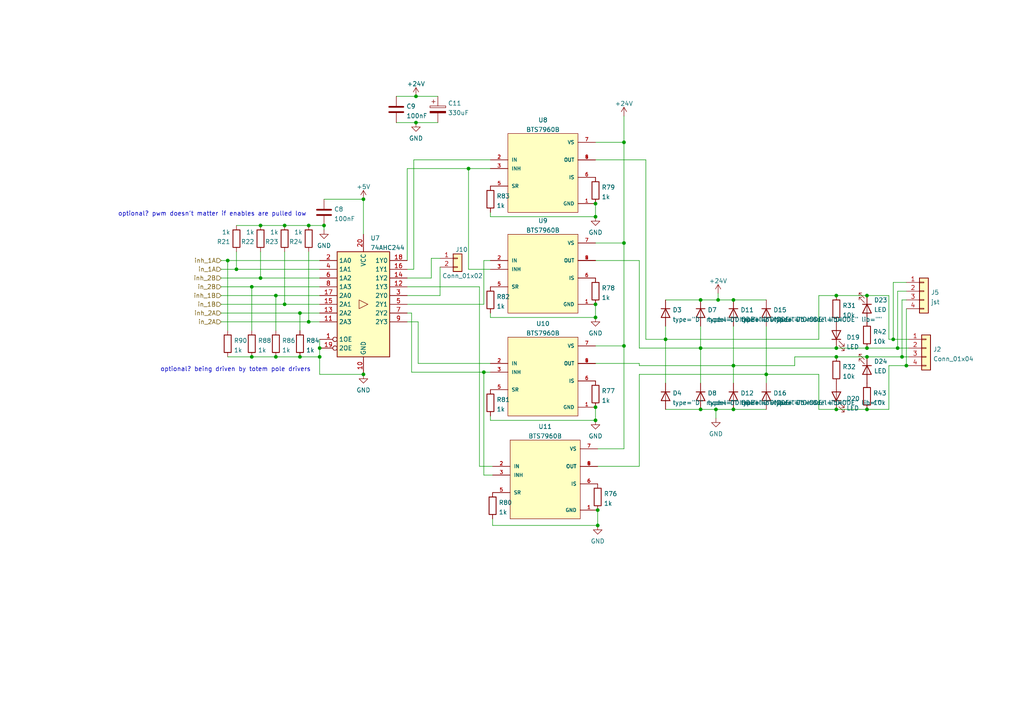
<source format=kicad_sch>
(kicad_sch (version 20230121) (generator eeschema)
  (paper "A4")
  (lib_symbols
    (symbol "74xx:74AHC244"
      (property "Reference" "U" (at -7.62 16.51 0))
      (property "Value" "74AHC244" (at -7.62 -16.51 0))
      (symbol "74AHC244_1_0"
        (polyline (pts (xy 1.27 0) (xy -1.27 1.27) (xy -1.27 -1.27) (xy 1.27 0)) (stroke (width 0.1524)))
        (pin input inverted (at -12.7 -10.16 0) (length 5.08) (name "1OE") (number "1"))
        (pin power_in line (at 0 -20.32 90) (length 5.08) (name "GND") (number "10"))
        (pin input line (at -12.7 -5.08 0) (length 5.08) (name "2A3") (number "11"))
        (pin tri_state line (at 12.7 5.08 180) (length 5.08) (name "1Y3") (number "12"))
        (pin input line (at -12.7 -2.54 0) (length 5.08) (name "2A2") (number "13"))
        (pin tri_state line (at 12.7 7.62 180) (length 5.08) (name "1Y2") (number "14"))
        (pin input line (at -12.7 0 0) (length 5.08) (name "2A1") (number "15"))
        (pin tri_state line (at 12.7 10.16 180) (length 5.08) (name "1Y1") (number "16"))
        (pin input line (at -12.7 2.54 0) (length 5.08) (name "2A0") (number "17"))
        (pin tri_state line (at 12.7 12.7 180) (length 5.08) (name "1Y0") (number "18"))
        (pin input inverted (at -12.7 -12.7 0) (length 5.08) (name "2OE") (number "19"))
        (pin input line (at -12.7 12.7 0) (length 5.08) (name "1A0") (number "2"))
        (pin power_in line (at 0 20.32 270) (length 5.08) (name "VCC") (number "20"))
        (pin tri_state line (at 12.7 2.54 180) (length 5.08) (name "2Y0") (number "3"))
        (pin input line (at -12.7 10.16 0) (length 5.08) (name "1A1") (number "4"))
        (pin tri_state line (at 12.7 0 180) (length 5.08) (name "2Y1") (number "5"))
        (pin input line (at -12.7 7.62 0) (length 5.08) (name "1A2") (number "6"))
        (pin tri_state line (at 12.7 -2.54 180) (length 5.08) (name "2Y2") (number "7"))
        (pin input line (at -12.7 5.08 0) (length 5.08) (name "1A3") (number "8"))
        (pin tri_state line (at 12.7 -5.08 180) (length 5.08) (name "2Y3") (number "9"))
      )
      (symbol "74AHC244_1_1"
        (rectangle (start -7.62 15.24) (end 7.62 -15.24) (stroke (width 0.254)) (fill (type background)))
      )
    )
    (symbol "Connector_Generic:Conn_01x02" (pin_names (offset 1.016) hide)
      (property "Reference" "J" (at 0 2.54 0))
      (property "Value" "Conn_01x02" (at 0 -5.08 0))
      (symbol "Conn_01x02_1_1"
        (rectangle (start -1.27 -2.413) (end 0 -2.667) (stroke (width 0.1524)))
        (rectangle (start -1.27 0.127) (end 0 -0.127) (stroke (width 0.1524)))
        (rectangle (start -1.27 1.27) (end 1.27 -3.81) (stroke (width 0.254)) (fill (type background)))
        (pin passive line (at -5.08 0 0) (length 3.81) (name "Pin_1") (number "1"))
        (pin passive line (at -5.08 -2.54 0) (length 3.81) (name "Pin_2") (number "2"))
      )
    )
    (symbol "Connector_Generic:Conn_01x04" (pin_names (offset 1.016) hide)
      (property "Reference" "J" (at 0 5.08 0))
      (property "Value" "Conn_01x04" (at 0 -7.62 0))
      (symbol "Conn_01x04_1_1"
        (rectangle (start -1.27 -4.953) (end 0 -5.207) (stroke (width 0.1524)))
        (rectangle (start -1.27 -2.413) (end 0 -2.667) (stroke (width 0.1524)))
        (rectangle (start -1.27 0.127) (end 0 -0.127) (stroke (width 0.1524)))
        (rectangle (start -1.27 2.667) (end 0 2.413) (stroke (width 0.1524)))
        (rectangle (start -1.27 3.81) (end 1.27 -6.35) (stroke (width 0.254)) (fill (type background)))
        (pin passive line (at -5.08 2.54 0) (length 3.81) (name "Pin_1") (number "1"))
        (pin passive line (at -5.08 0 0) (length 3.81) (name "Pin_2") (number "2"))
        (pin passive line (at -5.08 -2.54 0) (length 3.81) (name "Pin_3") (number "3"))
        (pin passive line (at -5.08 -5.08 0) (length 3.81) (name "Pin_4") (number "4"))
      )
    )
    (symbol "Device:C" (pin_numbers hide) (pin_names (offset 0.254))
      (property "Reference" "C" (at 0.635 2.54 0))
      (property "Value" "C" (at 0.635 -2.54 0))
      (symbol "C_0_1"
        (polyline (pts (xy -2.032 -0.762) (xy 2.032 -0.762)) (stroke (width 0.508)))
        (polyline (pts (xy -2.032 0.762) (xy 2.032 0.762)) (stroke (width 0.508)))
      )
      (symbol "C_1_1"
        (pin passive line (at 0 3.81 270) (length 2.794) (name "~") (number "1"))
        (pin passive line (at 0 -3.81 90) (length 2.794) (name "~") (number "2"))
      )
    )
    (symbol "Device:C_Polarized" (pin_numbers hide) (pin_names (offset 0.254))
      (property "Reference" "C" (at 0.635 2.54 0))
      (property "Value" "C_Polarized" (at 0.635 -2.54 0))
      (symbol "C_Polarized_0_1"
        (rectangle (start -2.286 0.508) (end 2.286 1.016))
        (polyline (pts (xy -1.778 2.286) (xy -0.762 2.286)))
        (polyline (pts (xy -1.27 2.794) (xy -1.27 1.778)))
        (rectangle (start 2.286 -0.508) (end -2.286 -1.016) (fill (type outline)))
      )
      (symbol "C_Polarized_1_1"
        (pin passive line (at 0 3.81 270) (length 2.794) (name "~") (number "1"))
        (pin passive line (at 0 -3.81 90) (length 2.794) (name "~") (number "2"))
      )
    )
    (symbol "Device:LED" (pin_numbers hide) (pin_names (offset 1.016) hide)
      (property "Reference" "D" (at 0 2.54 0))
      (property "Value" "LED" (at 0 -2.54 0))
      (symbol "LED_0_1"
        (polyline (pts (xy -1.27 -1.27) (xy -1.27 1.27)) (stroke (width 0.254)))
        (polyline (pts (xy -1.27 0) (xy 1.27 0)))
        (polyline (pts (xy 1.27 -1.27) (xy 1.27 1.27) (xy -1.27 0) (xy 1.27 -1.27)) (stroke (width 0.254)))
        (polyline (pts (xy -3.048 -0.762) (xy -4.572 -2.286) (xy -3.81 -2.286) (xy -4.572 -2.286) (xy -4.572 -1.524)))
        (polyline (pts (xy -1.778 -0.762) (xy -3.302 -2.286) (xy -2.54 -2.286) (xy -3.302 -2.286) (xy -3.302 -1.524)))
      )
      (symbol "LED_1_1"
        (pin passive line (at -3.81 0 0) (length 2.54) (name "K") (number "1"))
        (pin passive line (at 3.81 0 180) (length 2.54) (name "A") (number "2"))
      )
    )
    (symbol "Device:R" (pin_numbers hide) (pin_names (offset 0))
      (property "Reference" "R" (at 2.032 0 90))
      (property "Value" "R" (at 0 0 90))
      (symbol "R_0_1"
        (rectangle (start -1.016 -2.54) (end 1.016 2.54) (stroke (width 0.254)))
      )
      (symbol "R_1_1"
        (pin passive line (at 0 3.81 270) (length 1.27) (name "~") (number "1"))
        (pin passive line (at 0 -3.81 90) (length 1.27) (name "~") (number "2"))
      )
    )
    (symbol "Evan's misc parts:BTS7960B" (pin_names (offset 1.016))
      (property "Reference" "U" (at -10.16 10.922 0))
      (property "Value" "BTS7960B" (at -10.16 -15.24 0))
      (symbol "BTS7960B_0_0"
        (rectangle (start -10.16 -12.7) (end 10.16 10.16) (stroke (width 0.1524)) (fill (type background)))
        (pin power_in line (at 15.24 -10.16 180) (length 5.08) (name "GND") (number "1"))
        (pin input line (at -15.24 2.54 0) (length 5.08) (name "IN") (number "2"))
        (pin input line (at -15.24 0 0) (length 5.08) (name "INH") (number "3"))
        (pin output line (at 15.24 2.54 180) (length 5.08) (name "OUT") (number "4"))
        (pin input line (at -15.24 -5.08 0) (length 5.08) (name "SR") (number "5"))
        (pin output line (at 15.24 -2.54 180) (length 5.08) (name "IS") (number "6"))
        (pin power_in line (at 15.24 7.62 180) (length 5.08) (name "VS") (number "7"))
        (pin output line (at 15.24 2.54 180) (length 5.08) (name "OUT") (number "8"))
      )
    )
    (symbol "Simulation_SPICE:DIODE" (pin_numbers hide) (pin_names (offset 1.016) hide)
      (property "Reference" "D" (at 0 2.54 0))
      (property "Value" "DIODE" (at 0 -2.54 0))
      (symbol "DIODE_0_1"
        (polyline (pts (xy 1.27 0) (xy -1.27 0)))
        (polyline (pts (xy 1.27 1.27) (xy 1.27 -1.27)) (stroke (width 0.254)))
        (polyline (pts (xy -1.27 -1.27) (xy -1.27 1.27) (xy 1.27 0) (xy -1.27 -1.27)) (stroke (width 0.254)))
      )
      (symbol "DIODE_1_1"
        (pin passive line (at -3.81 0 0) (length 2.54) (name "A") (number "1"))
        (pin passive line (at 3.81 0 180) (length 2.54) (name "K") (number "2"))
      )
    )
    (symbol "power:+24V" (power) (pin_names (offset 0))
      (property "Value" "+24V" (at 0 3.556 0))
      (symbol "+24V_0_1"
        (polyline (pts (xy -0.762 1.27) (xy 0 2.54)))
        (polyline (pts (xy 0 0) (xy 0 2.54)))
        (polyline (pts (xy 0 2.54) (xy 0.762 1.27)))
      )
      (symbol "+24V_1_1"
        (pin power_in line (at 0 0 90) (length 0) hide (name "+24V") (number "1"))
      )
    )
    (symbol "power:+5V" (power) (pin_names (offset 0))
      (property "Value" "+5V" (at 0 3.556 0))
      (symbol "+5V_0_1"
        (polyline (pts (xy -0.762 1.27) (xy 0 2.54)))
        (polyline (pts (xy 0 0) (xy 0 2.54)))
        (polyline (pts (xy 0 2.54) (xy 0.762 1.27)))
      )
      (symbol "+5V_1_1"
        (pin power_in line (at 0 0 90) (length 0) hide (name "+5V") (number "1"))
      )
    )
    (symbol "power:GND" (power) (pin_names (offset 0))
      (property "Value" "GND" (at 0 -3.81 0))
      (symbol "GND_0_1"
        (polyline (pts (xy 0 0) (xy 0 -1.27) (xy 1.27 -1.27) (xy 0 -2.54) (xy -1.27 -1.27) (xy 0 -1.27)))
      )
      (symbol "GND_1_1"
        (pin power_in line (at 0 0 270) (length 0) hide (name "GND") (number "1"))
      )
    )
  )
  (junction (at 68.58 78.105))
  (junction (at 212.725 106.045))
  (junction (at 89.535 65.405))
  (junction (at 120.65 27.94))
  (junction (at 251.46 100.965))
  (junction (at 89.535 93.345))
  (junction (at 251.46 118.745))
  (junction (at 208.28 86.995))
  (junction (at 242.57 103.505))
  (junction (at 207.645 118.745))
  (junction (at 212.725 118.745))
  (junction (at 203.2 86.995))
  (junction (at 75.565 65.405))
  (junction (at 242.57 85.725))
  (junction (at 86.995 103.505))
  (junction (at 80.01 85.725))
  (junction (at 180.975 70.485))
  (junction (at 251.46 103.505))
  (junction (at 242.57 118.745))
  (junction (at 262.89 106.045))
  (junction (at 73.025 103.505))
  (junction (at 92.71 103.505))
  (junction (at 172.72 62.865))
  (junction (at 172.72 59.055))
  (junction (at 212.725 86.995))
  (junction (at 86.995 90.805))
  (junction (at 105.41 57.785))
  (junction (at 140.335 107.95))
  (junction (at 173.355 147.955))
  (junction (at 105.41 108.585))
  (junction (at 82.55 65.405))
  (junction (at 93.98 65.405))
  (junction (at 259.08 98.425))
  (junction (at 193.04 98.425))
  (junction (at 203.2 118.745))
  (junction (at 75.565 80.645))
  (junction (at 82.55 88.265))
  (junction (at 173.355 152.4))
  (junction (at 180.975 100.33))
  (junction (at 251.46 85.725))
  (junction (at 172.72 118.11))
  (junction (at 172.72 92.075))
  (junction (at 92.71 100.965))
  (junction (at 135.89 48.895))
  (junction (at 203.2 100.965))
  (junction (at 80.01 103.505))
  (junction (at 180.975 41.275))
  (junction (at 172.72 121.92))
  (junction (at 260.35 100.965))
  (junction (at 66.04 75.565))
  (junction (at 73.025 83.185))
  (junction (at 261.62 103.505))
  (junction (at 120.65 35.56))
  (junction (at 242.57 100.965))
  (junction (at 172.72 88.265))
  (junction (at 222.25 108.585))
  (wire (pts (xy 64.135 85.725) (xy 80.01 85.725)))
  (wire (pts (xy 140.335 75.565) (xy 140.335 88.265)))
  (wire (pts (xy 222.25 94.615) (xy 222.25 108.585)))
  (wire (pts (xy 120.65 35.56) (xy 127 35.56)))
  (wire (pts (xy 118.11 80.645) (xy 125.095 80.645)))
  (wire (pts (xy 93.98 65.405) (xy 93.98 66.675)))
  (wire (pts (xy 89.535 93.345) (xy 92.71 93.345)))
  (wire (pts (xy 203.2 118.745) (xy 207.645 118.745)))
  (wire (pts (xy 142.875 150.495) (xy 142.875 152.4)))
  (wire (pts (xy 185.42 135.255) (xy 185.42 108.585)))
  (wire (pts (xy 142.875 152.4) (xy 173.355 152.4)))
  (wire (pts (xy 212.725 94.615) (xy 212.725 106.045)))
  (wire (pts (xy 242.57 85.725) (xy 237.49 85.725)))
  (wire (pts (xy 121.285 105.41) (xy 142.24 105.41)))
  (wire (pts (xy 242.57 103.505) (xy 251.46 103.505)))
  (wire (pts (xy 172.72 121.92) (xy 172.72 118.11)))
  (wire (pts (xy 120.65 27.94) (xy 127 27.94)))
  (wire (pts (xy 237.49 85.725) (xy 237.49 98.425)))
  (wire (pts (xy 251.46 100.965) (xy 260.35 100.965)))
  (wire (pts (xy 237.49 108.585) (xy 237.49 118.745)))
  (wire (pts (xy 80.01 103.505) (xy 86.995 103.505)))
  (wire (pts (xy 237.49 118.745) (xy 242.57 118.745)))
  (wire (pts (xy 251.46 103.505) (xy 261.62 103.505)))
  (wire (pts (xy 262.89 84.455) (xy 260.35 84.455)))
  (wire (pts (xy 68.58 78.105) (xy 92.71 78.105)))
  (wire (pts (xy 172.72 100.33) (xy 180.975 100.33)))
  (wire (pts (xy 92.71 108.585) (xy 105.41 108.585)))
  (wire (pts (xy 173.355 130.175) (xy 180.975 130.175)))
  (wire (pts (xy 260.35 100.965) (xy 263.525 100.965)))
  (wire (pts (xy 259.08 81.915) (xy 259.08 98.425)))
  (wire (pts (xy 262.89 86.995) (xy 261.62 86.995)))
  (wire (pts (xy 64.135 78.105) (xy 68.58 78.105)))
  (wire (pts (xy 127.635 77.47) (xy 127.635 85.725)))
  (wire (pts (xy 125.095 74.93) (xy 127.635 74.93)))
  (wire (pts (xy 180.975 41.275) (xy 180.975 70.485)))
  (wire (pts (xy 185.42 108.585) (xy 222.25 108.585)))
  (wire (pts (xy 212.725 86.995) (xy 222.25 86.995)))
  (wire (pts (xy 180.975 33.655) (xy 180.975 41.275)))
  (wire (pts (xy 257.81 85.725) (xy 251.46 85.725)))
  (wire (pts (xy 80.01 85.725) (xy 92.71 85.725)))
  (wire (pts (xy 142.24 90.805) (xy 142.24 92.075)))
  (wire (pts (xy 242.57 118.745) (xy 251.46 118.745)))
  (wire (pts (xy 142.24 61.595) (xy 142.24 62.865)))
  (wire (pts (xy 66.04 75.565) (xy 66.04 95.885)))
  (wire (pts (xy 64.135 83.185) (xy 73.025 83.185)))
  (wire (pts (xy 208.28 86.995) (xy 212.725 86.995)))
  (wire (pts (xy 259.08 98.425) (xy 257.81 98.425)))
  (wire (pts (xy 127.635 85.725) (xy 118.11 85.725)))
  (wire (pts (xy 260.35 84.455) (xy 260.35 100.965)))
  (wire (pts (xy 261.62 103.505) (xy 263.525 103.505)))
  (wire (pts (xy 73.025 95.885) (xy 73.025 83.185)))
  (wire (pts (xy 75.565 80.645) (xy 92.71 80.645)))
  (wire (pts (xy 82.55 65.405) (xy 75.565 65.405)))
  (wire (pts (xy 185.42 105.41) (xy 185.42 106.045)))
  (wire (pts (xy 230.505 106.045) (xy 230.505 103.505)))
  (wire (pts (xy 89.535 73.025) (xy 89.535 93.345)))
  (wire (pts (xy 105.41 57.785) (xy 93.98 57.785)))
  (wire (pts (xy 193.04 98.425) (xy 193.04 111.125)))
  (wire (pts (xy 119.38 107.95) (xy 140.335 107.95)))
  (wire (pts (xy 82.55 73.025) (xy 82.55 88.265)))
  (wire (pts (xy 172.72 75.565) (xy 185.42 75.565)))
  (wire (pts (xy 140.335 137.795) (xy 140.335 107.95)))
  (wire (pts (xy 64.135 90.805) (xy 86.995 90.805)))
  (wire (pts (xy 263.525 98.425) (xy 259.08 98.425)))
  (wire (pts (xy 172.72 105.41) (xy 185.42 105.41)))
  (wire (pts (xy 114.935 27.94) (xy 120.65 27.94)))
  (wire (pts (xy 172.72 92.075) (xy 172.72 88.265)))
  (wire (pts (xy 185.42 75.565) (xy 185.42 100.965)))
  (wire (pts (xy 193.04 118.745) (xy 203.2 118.745)))
  (wire (pts (xy 73.025 103.505) (xy 80.01 103.505)))
  (wire (pts (xy 172.72 62.865) (xy 172.72 59.055)))
  (wire (pts (xy 139.065 83.185) (xy 139.065 135.255)))
  (wire (pts (xy 135.89 78.105) (xy 142.24 78.105)))
  (wire (pts (xy 203.2 86.995) (xy 208.28 86.995)))
  (wire (pts (xy 64.135 80.645) (xy 75.565 80.645)))
  (wire (pts (xy 203.2 100.965) (xy 203.2 111.125)))
  (wire (pts (xy 257.81 106.045) (xy 262.89 106.045)))
  (wire (pts (xy 73.025 83.185) (xy 92.71 83.185)))
  (wire (pts (xy 68.58 73.025) (xy 68.58 78.105)))
  (wire (pts (xy 203.2 94.615) (xy 203.2 100.965)))
  (wire (pts (xy 257.81 118.745) (xy 257.81 106.045)))
  (wire (pts (xy 261.62 86.995) (xy 261.62 103.505)))
  (wire (pts (xy 262.89 106.045) (xy 263.525 106.045)))
  (wire (pts (xy 207.645 121.285) (xy 207.645 118.745)))
  (wire (pts (xy 82.55 88.265) (xy 92.71 88.265)))
  (wire (pts (xy 142.875 137.795) (xy 140.335 137.795)))
  (wire (pts (xy 120.015 78.105) (xy 120.015 46.355)))
  (wire (pts (xy 114.935 35.56) (xy 120.65 35.56)))
  (wire (pts (xy 262.89 81.915) (xy 259.08 81.915)))
  (wire (pts (xy 207.645 118.745) (xy 212.725 118.745)))
  (wire (pts (xy 89.535 65.405) (xy 93.98 65.405)))
  (wire (pts (xy 212.725 106.045) (xy 230.505 106.045)))
  (wire (pts (xy 75.565 73.025) (xy 75.565 80.645)))
  (wire (pts (xy 121.285 93.345) (xy 121.285 105.41)))
  (wire (pts (xy 173.355 152.4) (xy 173.355 147.955)))
  (wire (pts (xy 172.72 41.275) (xy 180.975 41.275)))
  (wire (pts (xy 75.565 65.405) (xy 68.58 65.405)))
  (wire (pts (xy 64.135 88.265) (xy 82.55 88.265)))
  (wire (pts (xy 118.11 90.805) (xy 119.38 90.805)))
  (wire (pts (xy 135.89 48.895) (xy 142.24 48.895)))
  (wire (pts (xy 86.995 90.805) (xy 92.71 90.805)))
  (wire (pts (xy 251.46 118.745) (xy 257.81 118.745)))
  (wire (pts (xy 172.72 70.485) (xy 180.975 70.485)))
  (wire (pts (xy 193.04 86.995) (xy 203.2 86.995)))
  (wire (pts (xy 142.24 62.865) (xy 172.72 62.865)))
  (wire (pts (xy 86.995 103.505) (xy 92.71 103.505)))
  (wire (pts (xy 118.11 93.345) (xy 121.285 93.345)))
  (wire (pts (xy 230.505 103.505) (xy 242.57 103.505)))
  (wire (pts (xy 237.49 98.425) (xy 193.04 98.425)))
  (wire (pts (xy 208.28 85.09) (xy 208.28 86.995)))
  (wire (pts (xy 89.535 65.405) (xy 82.55 65.405)))
  (wire (pts (xy 142.24 121.92) (xy 172.72 121.92)))
  (wire (pts (xy 185.42 100.965) (xy 203.2 100.965)))
  (wire (pts (xy 187.325 46.355) (xy 187.325 98.425)))
  (wire (pts (xy 142.24 120.65) (xy 142.24 121.92)))
  (wire (pts (xy 125.095 80.645) (xy 125.095 74.93)))
  (wire (pts (xy 140.335 88.265) (xy 118.11 88.265)))
  (wire (pts (xy 212.725 118.745) (xy 222.25 118.745)))
  (wire (pts (xy 140.335 75.565) (xy 142.24 75.565)))
  (wire (pts (xy 64.135 75.565) (xy 66.04 75.565)))
  (wire (pts (xy 257.81 98.425) (xy 257.81 85.725)))
  (wire (pts (xy 119.38 90.805) (xy 119.38 107.95)))
  (wire (pts (xy 187.325 98.425) (xy 193.04 98.425)))
  (wire (pts (xy 173.355 135.255) (xy 185.42 135.255)))
  (wire (pts (xy 180.975 70.485) (xy 180.975 100.33)))
  (wire (pts (xy 172.72 46.355) (xy 187.325 46.355)))
  (wire (pts (xy 212.725 106.045) (xy 212.725 111.125)))
  (wire (pts (xy 142.24 92.075) (xy 172.72 92.075)))
  (wire (pts (xy 222.25 108.585) (xy 222.25 111.125)))
  (wire (pts (xy 66.04 103.505) (xy 73.025 103.505)))
  (wire (pts (xy 86.995 90.805) (xy 86.995 95.885)))
  (wire (pts (xy 64.135 93.345) (xy 89.535 93.345)))
  (wire (pts (xy 118.11 48.895) (xy 135.89 48.895)))
  (wire (pts (xy 185.42 106.045) (xy 212.725 106.045)))
  (wire (pts (xy 80.01 85.725) (xy 80.01 95.885)))
  (wire (pts (xy 222.25 108.585) (xy 237.49 108.585)))
  (wire (pts (xy 105.41 67.945) (xy 105.41 57.785)))
  (wire (pts (xy 92.71 98.425) (xy 92.71 100.965)))
  (wire (pts (xy 118.11 78.105) (xy 120.015 78.105)))
  (wire (pts (xy 180.975 100.33) (xy 180.975 130.175)))
  (wire (pts (xy 203.2 100.965) (xy 242.57 100.965)))
  (wire (pts (xy 139.065 135.255) (xy 142.875 135.255)))
  (wire (pts (xy 66.04 75.565) (xy 92.71 75.565)))
  (wire (pts (xy 135.89 78.105) (xy 135.89 48.895)))
  (wire (pts (xy 242.57 100.965) (xy 251.46 100.965)))
  (wire (pts (xy 118.11 83.185) (xy 139.065 83.185)))
  (wire (pts (xy 140.335 107.95) (xy 142.24 107.95)))
  (wire (pts (xy 251.46 85.725) (xy 242.57 85.725)))
  (wire (pts (xy 120.015 46.355) (xy 142.24 46.355)))
  (wire (pts (xy 193.04 94.615) (xy 193.04 98.425)))
  (wire (pts (xy 92.71 100.965) (xy 92.71 103.505)))
  (wire (pts (xy 262.89 89.535) (xy 262.89 106.045)))
  (wire (pts (xy 118.11 75.565) (xy 118.11 48.895)))
  (wire (pts (xy 92.71 103.505) (xy 92.71 108.585)))
  (text "optional? pwm doesn't matter if enables are pulled low" (at 88.9 62.865 0) (effects (font (size 1.27 1.27)) (justify right bottom)))
  (text "optional? being driven by totem pole drivers" (at 90.17 107.95 0) (effects (font (size 1.27 1.27)) (justify right bottom)))
  (hierarchical_label "inh_1A" (shape input) (at 64.135 75.565 180))
  (hierarchical_label "in_2B" (shape input) (at 64.135 83.185 180))
  (hierarchical_label "in_1B" (shape input) (at 64.135 88.265 180))
  (hierarchical_label "inh_2B" (shape input) (at 64.135 80.645 180))
  (hierarchical_label "inh_2A" (shape input) (at 64.135 90.805 180))
  (hierarchical_label "in_1A" (shape input) (at 64.135 78.105 180))
  (hierarchical_label "inh_1B" (shape input) (at 64.135 85.725 180))
  (hierarchical_label "in_2A" (shape input) (at 64.135 93.345 180))
  (symbol (lib_id "Device:R") (at 242.57 89.535 0) (unit 1)
    (property "Reference" "R31" (at 244.348 88.6265 0) (effects (justify left)))
    (property "Value" "10k" (at 244.348 91.4016 0) (effects (justify left)))
    (property "Footprint" "Resistor_SMD:R_0603_1608Metric" (effects hide))
  )
  (symbol (lib_id "Device:R") (at 142.24 86.995 0) (unit 1)
    (property "Reference" "R82" (at 144.018 86.0865 0) (effects (justify left)))
    (property "Value" "1k" (at 144.018 88.8616 0) (effects (justify left)))
    (property "Footprint" "Resistor_SMD:R_0603_1608Metric" (effects hide))
  )
  (symbol (lib_id "Device:LED") (at 242.57 114.935 90) (unit 1)
    (property "Reference" "D20" (at 245.491 115.614 90) (effects (justify right)))
    (property "Value" "LED" (at 245.491 118.3891 90) (effects (justify right)))
    (property "Footprint" "LED_SMD:LED_0603_1608Metric" (effects hide))
  )
  (symbol (lib_id "power:+24V") (at 180.975 33.655 0) (unit 1)
    (property "Reference" "#PWR042" (effects hide))
    (property "Value" "+24V" (at 180.975 30.0505 0))
  )
  (symbol (lib_id "Device:R") (at 173.355 144.145 0) (unit 1)
    (property "Reference" "R76" (at 175.133 143.2365 0) (effects (justify left)))
    (property "Value" "1k" (at 175.133 146.0116 0) (effects (justify left)))
    (property "Footprint" "Resistor_SMD:R_0603_1608Metric" (effects hide))
  )
  (symbol (lib_id "Simulation_SPICE:DIODE") (at 212.725 90.805 90) (unit 1)
    (property "Reference" "D11" (at 214.757 89.8965 90) (effects (justify right)))
    (property "Value" "${SIM.PARAMS}" (at 214.757 92.6716 90) (effects (justify right)))
    (property "Footprint" "Diode_SMD:D_SMA" (effects hide))
    (property "Sim.Device" "SPICE" (effects hide))
    (property "Sim.Params" "type=\"D\" model=\"DIODE\" lib=\"\"" (effects hide))
    (property "Sim.Pins" "1=1 2=2" (effects hide))
  )
  (symbol (lib_id "Device:R") (at 172.72 114.3 0) (unit 1)
    (property "Reference" "R77" (at 174.498 113.3915 0) (effects (justify left)))
    (property "Value" "1k" (at 174.498 116.1666 0) (effects (justify left)))
    (property "Footprint" "Resistor_SMD:R_0603_1608Metric" (effects hide))
  )
  (symbol (lib_id "power:GND") (at 172.72 62.865 0) (unit 1)
    (property "Reference" "#PWR038" (effects hide))
    (property "Value" "GND" (at 172.72 67.4275 0))
  )
  (symbol (lib_id "Device:C") (at 93.98 61.595 0) (unit 1)
    (property "Reference" "C8" (at 96.901 60.6865 0) (effects (justify left)))
    (property "Value" "100nF" (at 96.901 63.4616 0) (effects (justify left)))
    (property "Footprint" "Capacitor_SMD:C_0603_1608Metric" (effects hide))
  )
  (symbol (lib_id "Device:R") (at 251.46 114.935 0) (unit 1)
    (property "Reference" "R43" (at 253.238 114.0265 0) (effects (justify left)))
    (property "Value" "10k" (at 253.238 116.8016 0) (effects (justify left)))
    (property "Footprint" "Resistor_SMD:R_0603_1608Metric" (effects hide))
  )
  (symbol (lib_id "power:+24V") (at 120.65 27.94 0) (unit 1)
    (property "Reference" "#PWR034" (effects hide))
    (property "Value" "+24V" (at 120.65 24.3355 0))
  )
  (symbol (lib_id "Device:R") (at 75.565 69.215 180) (unit 1)
    (property "Reference" "R22" (at 73.787 70.1235 0) (effects (justify left)))
    (property "Value" "1k" (at 73.787 67.3484 0) (effects (justify left)))
    (property "Footprint" "Resistor_SMD:R_0603_1608Metric" (effects hide))
  )
  (symbol (lib_id "Device:R") (at 251.46 97.155 0) (unit 1)
    (property "Reference" "R42" (at 253.238 96.2465 0) (effects (justify left)))
    (property "Value" "10k" (at 253.238 99.0216 0) (effects (justify left)))
    (property "Footprint" "Resistor_SMD:R_0603_1608Metric" (effects hide))
  )
  (symbol (lib_id "Device:R") (at 142.24 57.785 0) (unit 1)
    (property "Reference" "R83" (at 144.018 56.8765 0) (effects (justify left)))
    (property "Value" "1k" (at 144.018 59.6516 0) (effects (justify left)))
    (property "Footprint" "Resistor_SMD:R_0603_1608Metric" (effects hide))
  )
  (symbol (lib_id "Device:C_Polarized") (at 127 31.75 0) (unit 1)
    (property "Reference" "C11" (at 129.921 29.9525 0) (effects (justify left)))
    (property "Value" "330uF" (at 129.921 32.7276 0) (effects (justify left)))
    (property "Footprint" "Capacitor_THT:CP_Radial_D10.0mm_P5.00mm" (effects hide))
  )
  (symbol (lib_id "Evan's misc parts:BTS7960B") (at 158.115 137.795 0) (unit 1)
    (property "Reference" "U11" (at 158.115 123.7193 0))
    (property "Value" "BTS7960B" (at 158.115 126.4944 0))
    (property "Footprint" "Evan's misc parts:DPAK127P1490X440-8N" (effects hide))
    (property "MAXIMUM_PACKAGE_HEIGHT" "4.4mm" (effects hide))
    (property "MANUFACTURER" "Infineon" (effects hide))
    (property "STANDARD" "IPC-7351B" (effects hide))
    (property "PARTREV" "1.1" (effects hide))
  )
  (symbol (lib_id "Device:R") (at 142.24 116.84 0) (unit 1)
    (property "Reference" "R81" (at 144.018 115.9315 0) (effects (justify left)))
    (property "Value" "1k" (at 144.018 118.7066 0) (effects (justify left)))
    (property "Footprint" "Resistor_SMD:R_0603_1608Metric" (effects hide))
  )
  (symbol (lib_id "power:GND") (at 105.41 108.585 0) (unit 1)
    (property "Reference" "#PWR033" (effects hide))
    (property "Value" "GND" (at 105.41 113.1475 0))
  )
  (symbol (lib_id "power:GND") (at 93.98 66.675 0) (unit 1)
    (property "Reference" "#PWR032" (effects hide))
    (property "Value" "GND" (at 93.98 71.2375 0))
  )
  (symbol (lib_id "Device:R") (at 142.875 146.685 0) (unit 1)
    (property "Reference" "R80" (at 144.653 145.7765 0) (effects (justify left)))
    (property "Value" "1k" (at 144.653 148.5516 0) (effects (justify left)))
    (property "Footprint" "Resistor_SMD:R_0603_1608Metric" (effects hide))
  )
  (symbol (lib_id "Device:R") (at 172.72 84.455 0) (unit 1)
    (property "Reference" "R78" (at 174.498 83.5465 0) (effects (justify left)))
    (property "Value" "1k" (at 174.498 86.3216 0) (effects (justify left)))
    (property "Footprint" "Resistor_SMD:R_0603_1608Metric" (effects hide))
  )
  (symbol (lib_id "Device:R") (at 68.58 69.215 180) (unit 1)
    (property "Reference" "R21" (at 66.802 70.1235 0) (effects (justify left)))
    (property "Value" "1k" (at 66.802 67.3484 0) (effects (justify left)))
    (property "Footprint" "Resistor_SMD:R_0603_1608Metric" (effects hide))
  )
  (symbol (lib_id "Connector_Generic:Conn_01x04") (at 267.97 84.455 0) (unit 1)
    (property "Reference" "J5" (at 270.002 84.8165 0) (effects (justify left)))
    (property "Value" "jst" (at 270.002 87.5916 0) (effects (justify left)))
    (property "Footprint" "Connector_JST:JST_XH_B4B-XH-A_1x04_P2.50mm_Vertical" (effects hide))
  )
  (symbol (lib_id "Connector_Generic:Conn_01x04") (at 268.605 100.965 0) (unit 1)
    (property "Reference" "J2" (at 270.637 101.3265 0) (effects (justify left)))
    (property "Value" "Conn_01x04" (at 270.637 104.1016 0) (effects (justify left)))
    (property "Footprint" "TerminalBlock_Phoenix:TerminalBlock_Phoenix_MKDS-1,5-4_1x04_P5.00mm_Horizontal" (effects hide))
  )
  (symbol (lib_id "Device:R") (at 89.535 69.215 180) (unit 1)
    (property "Reference" "R24" (at 87.757 70.1235 0) (effects (justify left)))
    (property "Value" "1k" (at 87.757 67.3484 0) (effects (justify left)))
    (property "Footprint" "Resistor_SMD:R_0603_1608Metric" (effects hide))
  )
  (symbol (lib_id "Device:LED") (at 251.46 107.315 270) (unit 1)
    (property "Reference" "D24" (at 253.492 104.819 90) (effects (justify left)))
    (property "Value" "LED" (at 253.492 107.5941 90) (effects (justify left)))
    (property "Footprint" "LED_SMD:LED_0603_1608Metric" (effects hide))
  )
  (symbol (lib_id "Evan's misc parts:BTS7960B") (at 157.48 78.105 0) (unit 1)
    (property "Reference" "U9" (at 157.48 64.0293 0))
    (property "Value" "BTS7960B" (at 157.48 66.8044 0))
    (property "Footprint" "Evan's misc parts:DPAK127P1490X440-8N" (effects hide))
    (property "MAXIMUM_PACKAGE_HEIGHT" "4.4mm" (effects hide))
    (property "MANUFACTURER" "Infineon" (effects hide))
    (property "STANDARD" "IPC-7351B" (effects hide))
    (property "PARTREV" "1.1" (effects hide))
  )
  (symbol (lib_id "Device:R") (at 172.72 55.245 0) (unit 1)
    (property "Reference" "R79" (at 174.498 54.3365 0) (effects (justify left)))
    (property "Value" "1k" (at 174.498 57.1116 0) (effects (justify left)))
    (property "Footprint" "Resistor_SMD:R_0603_1608Metric" (effects hide))
  )
  (symbol (lib_id "Device:R") (at 73.025 99.695 0) (unit 1)
    (property "Reference" "R88" (at 74.803 98.7865 0) (effects (justify left)))
    (property "Value" "1k" (at 74.803 101.5616 0) (effects (justify left)))
    (property "Footprint" "Resistor_SMD:R_0603_1608Metric" (effects hide))
  )
  (symbol (lib_id "Simulation_SPICE:DIODE") (at 193.04 114.935 90) (unit 1)
    (property "Reference" "D4" (at 195.072 114.0265 90) (effects (justify right)))
    (property "Value" "${SIM.PARAMS}" (at 195.072 116.8016 90) (effects (justify right)))
    (property "Footprint" "Diode_SMD:D_SMA" (effects hide))
    (property "Sim.Device" "SPICE" (effects hide))
    (property "Sim.Params" "type=\"D\" model=\"DIODE\" lib=\"\"" (effects hide))
    (property "Sim.Pins" "1=1 2=2" (effects hide))
  )
  (symbol (lib_id "Device:R") (at 66.04 99.695 0) (unit 1)
    (property "Reference" "R90" (at 67.818 98.7865 0) (effects (justify left)))
    (property "Value" "1k" (at 67.818 101.5616 0) (effects (justify left)))
    (property "Footprint" "Resistor_SMD:R_0603_1608Metric" (effects hide))
  )
  (symbol (lib_id "Simulation_SPICE:DIODE") (at 222.25 114.935 90) (unit 1)
    (property "Reference" "D16" (at 224.282 114.0265 90) (effects (justify right)))
    (property "Value" "${SIM.PARAMS}" (at 224.282 116.8016 90) (effects (justify right)))
    (property "Footprint" "Diode_SMD:D_SMA" (effects hide))
    (property "Sim.Device" "SPICE" (effects hide))
    (property "Sim.Params" "type=\"D\" model=\"DIODE\" lib=\"\"" (effects hide))
    (property "Sim.Pins" "1=1 2=2" (effects hide))
  )
  (symbol (lib_id "Device:R") (at 82.55 69.215 180) (unit 1)
    (property "Reference" "R23" (at 80.772 70.1235 0) (effects (justify left)))
    (property "Value" "1k" (at 80.772 67.3484 0) (effects (justify left)))
    (property "Footprint" "Resistor_SMD:R_0603_1608Metric" (effects hide))
  )
  (symbol (lib_id "Device:C") (at 114.935 31.75 0) (unit 1)
    (property "Reference" "C9" (at 117.856 30.8415 0) (effects (justify left)))
    (property "Value" "100nF" (at 117.856 33.6166 0) (effects (justify left)))
    (property "Footprint" "Capacitor_SMD:C_0603_1608Metric" (effects hide))
  )
  (symbol (lib_id "Device:LED") (at 242.57 97.155 90) (unit 1)
    (property "Reference" "D19" (at 245.491 97.834 90) (effects (justify right)))
    (property "Value" "LED" (at 245.491 100.6091 90) (effects (justify right)))
    (property "Footprint" "LED_SMD:LED_0603_1608Metric" (effects hide))
  )
  (symbol (lib_id "Simulation_SPICE:DIODE") (at 212.725 114.935 90) (unit 1)
    (property "Reference" "D12" (at 214.757 114.0265 90) (effects (justify right)))
    (property "Value" "${SIM.PARAMS}" (at 214.757 116.8016 90) (effects (justify right)))
    (property "Footprint" "Diode_SMD:D_SMA" (effects hide))
    (property "Sim.Device" "SPICE" (effects hide))
    (property "Sim.Params" "type=\"D\" model=\"DIODE\" lib=\"\"" (effects hide))
    (property "Sim.Pins" "1=1 2=2" (effects hide))
  )
  (symbol (lib_id "Device:R") (at 80.01 99.695 0) (unit 1)
    (property "Reference" "R86" (at 81.788 98.7865 0) (effects (justify left)))
    (property "Value" "1k" (at 81.788 101.5616 0) (effects (justify left)))
    (property "Footprint" "Resistor_SMD:R_0603_1608Metric" (effects hide))
  )
  (symbol (lib_id "Device:R") (at 242.57 107.315 0) (unit 1)
    (property "Reference" "R32" (at 244.348 106.4065 0) (effects (justify left)))
    (property "Value" "10k" (at 244.348 109.1816 0) (effects (justify left)))
    (property "Footprint" "Resistor_SMD:R_0603_1608Metric" (effects hide))
  )
  (symbol (lib_id "74xx:74AHC244") (at 105.41 88.265 0) (unit 1)
    (property "Reference" "U7" (at 107.4294 69.0585 0) (effects (justify left)))
    (property "Value" "74AHC244" (at 107.4294 71.8336 0) (effects (justify left)))
    (property "Footprint" "Package_SO:SOIC-20W_7.5x12.8mm_P1.27mm" (effects hide))
    (property "Datasheet" "https://assets.nexperia.com/documents/data-sheet/74AHC_AHCT244.pdf" (effects hide))
  )
  (symbol (lib_id "Connector_Generic:Conn_01x02") (at 132.715 74.93 0) (unit 1)
    (property "Reference" "J10" (at 132.08 72.39 0) (effects (justify left)))
    (property "Value" "Conn_01x02" (at 128.27 80.01 0) (effects (justify left)))
    (property "Footprint" "Connector_PinHeader_2.54mm:PinHeader_2x01_P2.54mm_Vertical" (effects hide))
  )
  (symbol (lib_id "power:GND") (at 120.65 35.56 0) (unit 1)
    (property "Reference" "#PWR035" (effects hide))
    (property "Value" "GND" (at 120.65 40.1225 0))
  )
  (symbol (lib_id "power:GND") (at 207.645 121.285 0) (unit 1)
    (property "Reference" "#PWR043" (effects hide))
    (property "Value" "GND" (at 207.645 125.8475 0))
  )
  (symbol (lib_id "Device:R") (at 86.995 99.695 0) (unit 1)
    (property "Reference" "R84" (at 88.773 98.7865 0) (effects (justify left)))
    (property "Value" "1k" (at 88.773 101.5616 0) (effects (justify left)))
    (property "Footprint" "Resistor_SMD:R_0603_1608Metric" (effects hide))
  )
  (symbol (lib_id "power:GND") (at 172.72 121.92 0) (unit 1)
    (property "Reference" "#PWR040" (effects hide))
    (property "Value" "GND" (at 172.72 126.4825 0))
  )
  (symbol (lib_id "power:GND") (at 173.355 152.4 0) (unit 1)
    (property "Reference" "#PWR041" (effects hide))
    (property "Value" "GND" (at 173.355 156.9625 0))
  )
  (symbol (lib_id "Simulation_SPICE:DIODE") (at 222.25 90.805 90) (unit 1)
    (property "Reference" "D15" (at 224.282 89.8965 90) (effects (justify right)))
    (property "Value" "${SIM.PARAMS}" (at 224.282 92.6716 90) (effects (justify right)))
    (property "Footprint" "Diode_SMD:D_SMA" (effects hide))
    (property "Sim.Device" "SPICE" (effects hide))
    (property "Sim.Params" "type=\"D\" model=\"DIODE\" lib=\"\"" (effects hide))
    (property "Sim.Pins" "1=1 2=2" (effects hide))
  )
  (symbol (lib_id "power:GND") (at 172.72 92.075 0) (unit 1)
    (property "Reference" "#PWR039" (effects hide))
    (property "Value" "GND" (at 172.72 96.6375 0))
  )
  (symbol (lib_id "Device:LED") (at 251.46 89.535 270) (unit 1)
    (property "Reference" "D23" (at 253.492 87.039 90) (effects (justify left)))
    (property "Value" "LED" (at 253.492 89.8141 90) (effects (justify left)))
    (property "Footprint" "LED_SMD:LED_0603_1608Metric" (effects hide))
  )
  (symbol (lib_id "power:+24V") (at 208.28 85.09 0) (unit 1)
    (property "Reference" "#PWR044" (effects hide))
    (property "Value" "+24V" (at 208.28 81.4855 0))
  )
  (symbol (lib_id "Simulation_SPICE:DIODE") (at 203.2 114.935 90) (unit 1)
    (property "Reference" "D8" (at 205.232 114.0265 90) (effects (justify right)))
    (property "Value" "${SIM.PARAMS}" (at 205.232 116.8016 90) (effects (justify right)))
    (property "Footprint" "Diode_SMD:D_SMA" (effects hide))
    (property "Sim.Device" "SPICE" (effects hide))
    (property "Sim.Params" "type=\"D\" model=\"DIODE\" lib=\"\"" (effects hide))
    (property "Sim.Pins" "1=1 2=2" (effects hide))
  )
  (symbol (lib_id "Evan's misc parts:BTS7960B") (at 157.48 107.95 0) (unit 1)
    (property "Reference" "U10" (at 157.48 93.8743 0))
    (property "Value" "BTS7960B" (at 157.48 96.6494 0))
    (property "Footprint" "Evan's misc parts:DPAK127P1490X440-8N" (effects hide))
    (property "MAXIMUM_PACKAGE_HEIGHT" "4.4mm" (effects hide))
    (property "MANUFACTURER" "Infineon" (effects hide))
    (property "STANDARD" "IPC-7351B" (effects hide))
    (property "PARTREV" "1.1" (effects hide))
  )
  (symbol (lib_id "Evan's misc parts:BTS7960B") (at 157.48 48.895 0) (unit 1)
    (property "Reference" "U8" (at 157.48 34.8193 0))
    (property "Value" "BTS7960B" (at 157.48 37.5944 0))
    (property "Footprint" "Evan's misc parts:DPAK127P1490X440-8N" (effects hide))
    (property "MAXIMUM_PACKAGE_HEIGHT" "4.4mm" (effects hide))
    (property "MANUFACTURER" "Infineon" (effects hide))
    (property "STANDARD" "IPC-7351B" (effects hide))
    (property "PARTREV" "1.1" (effects hide))
  )
  (symbol (lib_id "Simulation_SPICE:DIODE") (at 193.04 90.805 90) (unit 1)
    (property "Reference" "D3" (at 195.072 89.8965 90) (effects (justify right)))
    (property "Value" "${SIM.PARAMS}" (at 195.072 92.6716 90) (effects (justify right)))
    (property "Footprint" "Diode_SMD:D_SMA" (effects hide))
    (property "Sim.Device" "SPICE" (effects hide))
    (property "Sim.Params" "type=\"D\" model=\"DIODE\" lib=\"\"" (effects hide))
    (property "Sim.Pins" "1=1 2=2" (effects hide))
  )
  (symbol (lib_id "power:+5V") (at 105.41 57.785 0) (unit 1)
    (property "Reference" "#PWR0126" (effects hide))
    (property "Value" "+5V" (at 105.41 54.1805 0))
  )
  (symbol (lib_id "Simulation_SPICE:DIODE") (at 203.2 90.805 90) (unit 1)
    (property "Reference" "D7" (at 205.232 89.8965 90) (effects (justify right)))
    (property "Value" "${SIM.PARAMS}" (at 205.232 92.6716 90) (effects (justify right)))
    (property "Footprint" "Diode_SMD:D_SMA" (effects hide))
    (property "Sim.Device" "SPICE" (effects hide))
    (property "Sim.Params" "type=\"D\" model=\"DIODE\" lib=\"\"" (effects hide))
    (property "Sim.Pins" "1=1 2=2" (effects hide))
  )
)
</source>
